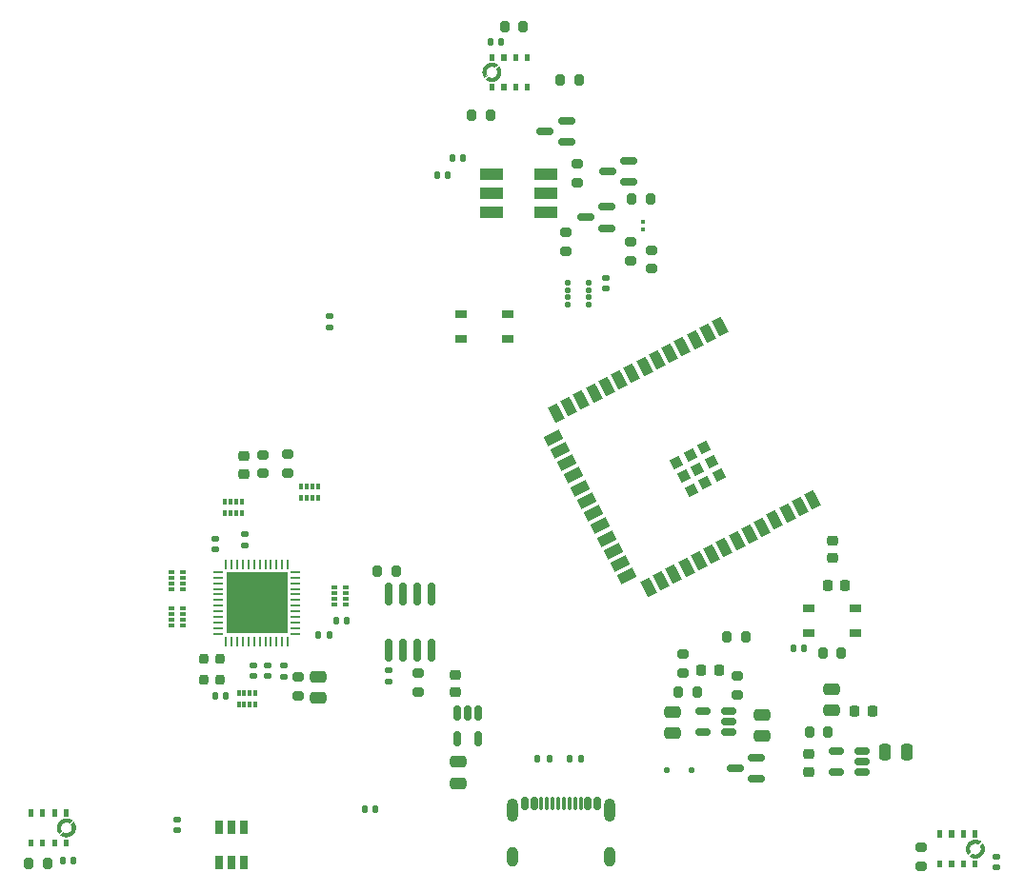
<source format=gbr>
%TF.GenerationSoftware,KiCad,Pcbnew,9.0.4*%
%TF.CreationDate,2025-10-26T21:46:10+01:00*%
%TF.ProjectId,esp32_fpga,65737033-325f-4667-9067-612e6b696361,rev?*%
%TF.SameCoordinates,Original*%
%TF.FileFunction,Paste,Bot*%
%TF.FilePolarity,Positive*%
%FSLAX46Y46*%
G04 Gerber Fmt 4.6, Leading zero omitted, Abs format (unit mm)*
G04 Created by KiCad (PCBNEW 9.0.4) date 2025-10-26 21:46:10*
%MOMM*%
%LPD*%
G01*
G04 APERTURE LIST*
G04 Aperture macros list*
%AMRoundRect*
0 Rectangle with rounded corners*
0 $1 Rounding radius*
0 $2 $3 $4 $5 $6 $7 $8 $9 X,Y pos of 4 corners*
0 Add a 4 corners polygon primitive as box body*
4,1,4,$2,$3,$4,$5,$6,$7,$8,$9,$2,$3,0*
0 Add four circle primitives for the rounded corners*
1,1,$1+$1,$2,$3*
1,1,$1+$1,$4,$5*
1,1,$1+$1,$6,$7*
1,1,$1+$1,$8,$9*
0 Add four rect primitives between the rounded corners*
20,1,$1+$1,$2,$3,$4,$5,0*
20,1,$1+$1,$4,$5,$6,$7,0*
20,1,$1+$1,$6,$7,$8,$9,0*
20,1,$1+$1,$8,$9,$2,$3,0*%
%AMRotRect*
0 Rectangle, with rotation*
0 The origin of the aperture is its center*
0 $1 length*
0 $2 width*
0 $3 Rotation angle, in degrees counterclockwise*
0 Add horizontal line*
21,1,$1,$2,0,0,$3*%
G04 Aperture macros list end*
%ADD10C,0.010000*%
%ADD11RoundRect,0.200000X-0.200000X-0.275000X0.200000X-0.275000X0.200000X0.275000X-0.200000X0.275000X0*%
%ADD12RoundRect,0.150000X0.587500X0.150000X-0.587500X0.150000X-0.587500X-0.150000X0.587500X-0.150000X0*%
%ADD13RoundRect,0.200000X-0.275000X0.200000X-0.275000X-0.200000X0.275000X-0.200000X0.275000X0.200000X0*%
%ADD14RoundRect,0.200000X0.275000X-0.200000X0.275000X0.200000X-0.275000X0.200000X-0.275000X-0.200000X0*%
%ADD15RoundRect,0.200000X0.200000X0.275000X-0.200000X0.275000X-0.200000X-0.275000X0.200000X-0.275000X0*%
%ADD16R,2.000000X1.100000*%
%ADD17RoundRect,0.140000X0.140000X0.170000X-0.140000X0.170000X-0.140000X-0.170000X0.140000X-0.170000X0*%
%ADD18RoundRect,0.150000X0.512500X0.150000X-0.512500X0.150000X-0.512500X-0.150000X0.512500X-0.150000X0*%
%ADD19R,0.700000X1.300000*%
%ADD20RoundRect,0.218750X0.256250X-0.218750X0.256250X0.218750X-0.256250X0.218750X-0.256250X-0.218750X0*%
%ADD21RoundRect,0.079500X-0.100500X0.079500X-0.100500X-0.079500X0.100500X-0.079500X0.100500X0.079500X0*%
%ADD22RoundRect,0.250000X-0.250000X-0.475000X0.250000X-0.475000X0.250000X0.475000X-0.250000X0.475000X0*%
%ADD23RoundRect,0.140000X0.170000X-0.140000X0.170000X0.140000X-0.170000X0.140000X-0.170000X-0.140000X0*%
%ADD24RotRect,1.500000X0.900000X118.000000*%
%ADD25RotRect,0.900000X1.500000X118.000000*%
%ADD26RotRect,0.900000X0.900000X118.000000*%
%ADD27RoundRect,0.140000X-0.140000X-0.170000X0.140000X-0.170000X0.140000X0.170000X-0.140000X0.170000X0*%
%ADD28RoundRect,0.140000X-0.170000X0.140000X-0.170000X-0.140000X0.170000X-0.140000X0.170000X0.140000X0*%
%ADD29RoundRect,0.200000X-0.200000X-0.250000X0.200000X-0.250000X0.200000X0.250000X-0.200000X0.250000X0*%
%ADD30RoundRect,0.150000X-0.150000X0.512500X-0.150000X-0.512500X0.150000X-0.512500X0.150000X0.512500X0*%
%ADD31RoundRect,0.150000X-0.150000X0.825000X-0.150000X-0.825000X0.150000X-0.825000X0.150000X0.825000X0*%
%ADD32R,1.050000X0.650000*%
%ADD33RoundRect,0.150000X0.150000X0.425000X-0.150000X0.425000X-0.150000X-0.425000X0.150000X-0.425000X0*%
%ADD34RoundRect,0.075000X0.075000X0.500000X-0.075000X0.500000X-0.075000X-0.500000X0.075000X-0.500000X0*%
%ADD35O,1.000000X1.800000*%
%ADD36O,1.000000X2.100000*%
%ADD37R,0.320000X0.500000*%
%ADD38RoundRect,0.218750X0.218750X0.256250X-0.218750X0.256250X-0.218750X-0.256250X0.218750X-0.256250X0*%
%ADD39RoundRect,0.225000X-0.250000X0.225000X-0.250000X-0.225000X0.250000X-0.225000X0.250000X0.225000X0*%
%ADD40R,0.500000X0.320000*%
%ADD41R,0.250000X0.850000*%
%ADD42R,0.850000X0.250000*%
%ADD43R,5.500000X5.500000*%
%ADD44RoundRect,0.218750X-0.256250X0.218750X-0.256250X-0.218750X0.256250X-0.218750X0.256250X0.218750X0*%
%ADD45RoundRect,0.225000X-0.225000X-0.250000X0.225000X-0.250000X0.225000X0.250000X-0.225000X0.250000X0*%
%ADD46RoundRect,0.056250X0.188750X0.168750X-0.188750X0.168750X-0.188750X-0.168750X0.188750X-0.168750X0*%
%ADD47RoundRect,0.135000X0.135000X0.185000X-0.135000X0.185000X-0.135000X-0.185000X0.135000X-0.185000X0*%
%ADD48RoundRect,0.125000X0.125000X0.125000X-0.125000X0.125000X-0.125000X-0.125000X0.125000X-0.125000X0*%
%ADD49RoundRect,0.250000X0.475000X-0.250000X0.475000X0.250000X-0.475000X0.250000X-0.475000X-0.250000X0*%
%ADD50RoundRect,0.250000X-0.475000X0.250000X-0.475000X-0.250000X0.475000X-0.250000X0.475000X0.250000X0*%
%ADD51RoundRect,0.225000X0.250000X-0.225000X0.250000X0.225000X-0.250000X0.225000X-0.250000X-0.225000X0*%
%ADD52RoundRect,0.218750X-0.218750X-0.256250X0.218750X-0.256250X0.218750X0.256250X-0.218750X0.256250X0*%
G04 APERTURE END LIST*
D10*
%TO.C,MK3*%
X84145000Y-118157500D02*
X83795000Y-118157500D01*
X83795000Y-117607500D01*
X84145000Y-117607500D01*
X84145000Y-118157500D01*
G36*
X84145000Y-118157500D02*
G01*
X83795000Y-118157500D01*
X83795000Y-117607500D01*
X84145000Y-117607500D01*
X84145000Y-118157500D01*
G37*
X84145000Y-120817500D02*
X83795000Y-120817500D01*
X83795000Y-120267500D01*
X84145000Y-120267500D01*
X84145000Y-120817500D01*
G36*
X84145000Y-120817500D02*
G01*
X83795000Y-120817500D01*
X83795000Y-120267500D01*
X84145000Y-120267500D01*
X84145000Y-120817500D01*
G37*
X85195000Y-118157500D02*
X84845000Y-118157500D01*
X84845000Y-117607500D01*
X85195000Y-117607500D01*
X85195000Y-118157500D01*
G36*
X85195000Y-118157500D02*
G01*
X84845000Y-118157500D01*
X84845000Y-117607500D01*
X85195000Y-117607500D01*
X85195000Y-118157500D01*
G37*
X85195000Y-120817500D02*
X84845000Y-120817500D01*
X84845000Y-120267500D01*
X85195000Y-120267500D01*
X85195000Y-120817500D01*
G36*
X85195000Y-120817500D02*
G01*
X84845000Y-120817500D01*
X84845000Y-120267500D01*
X85195000Y-120267500D01*
X85195000Y-120817500D01*
G37*
X86245000Y-118157500D02*
X85895000Y-118157500D01*
X85895000Y-117607500D01*
X86245000Y-117607500D01*
X86245000Y-118157500D01*
G36*
X86245000Y-118157500D02*
G01*
X85895000Y-118157500D01*
X85895000Y-117607500D01*
X86245000Y-117607500D01*
X86245000Y-118157500D01*
G37*
X86245000Y-120817500D02*
X85895000Y-120817500D01*
X85895000Y-120267500D01*
X86245000Y-120267500D01*
X86245000Y-120817500D01*
G36*
X86245000Y-120817500D02*
G01*
X85895000Y-120817500D01*
X85895000Y-120267500D01*
X86245000Y-120267500D01*
X86245000Y-120817500D01*
G37*
X87295000Y-118157500D02*
X86945000Y-118157500D01*
X86945000Y-117607500D01*
X87295000Y-117607500D01*
X87295000Y-118157500D01*
G36*
X87295000Y-118157500D02*
G01*
X86945000Y-118157500D01*
X86945000Y-117607500D01*
X87295000Y-117607500D01*
X87295000Y-118157500D01*
G37*
X87295000Y-120817500D02*
X86945000Y-120817500D01*
X86945000Y-120267500D01*
X87295000Y-120267500D01*
X87295000Y-120817500D01*
G36*
X87295000Y-120817500D02*
G01*
X86945000Y-120817500D01*
X86945000Y-120267500D01*
X87295000Y-120267500D01*
X87295000Y-120817500D01*
G37*
X87784000Y-118751500D02*
X87806000Y-118783500D01*
X87826000Y-118816500D01*
X87844000Y-118850500D01*
X87861000Y-118885500D01*
X87875000Y-118921500D01*
X87889000Y-118957500D01*
X87900000Y-118994500D01*
X87910000Y-119031500D01*
X87918000Y-119069500D01*
X87924000Y-119107500D01*
X87928000Y-119145500D01*
X87930000Y-119184500D01*
X87930000Y-119222500D01*
X87929000Y-119261500D01*
X87926000Y-119299500D01*
X87921000Y-119337500D01*
X87914000Y-119375500D01*
X87905000Y-119413500D01*
X87894000Y-119450500D01*
X87882000Y-119487500D01*
X87868000Y-119522500D01*
X87852000Y-119558500D01*
X87834000Y-119592500D01*
X87815000Y-119625500D01*
X87794000Y-119658500D01*
X87772000Y-119689500D01*
X87748000Y-119720500D01*
X87723000Y-119749500D01*
X87696000Y-119778500D01*
X87667000Y-119805500D01*
X87638000Y-119830500D01*
X87607000Y-119854500D01*
X87576000Y-119876500D01*
X87543000Y-119897500D01*
X87510000Y-119916500D01*
X87476000Y-119934500D01*
X87440000Y-119950500D01*
X87405000Y-119964500D01*
X87368000Y-119976500D01*
X87331000Y-119987500D01*
X87293000Y-119996500D01*
X87255000Y-120003500D01*
X87217000Y-120008500D01*
X87179000Y-120011500D01*
X87140000Y-120012500D01*
X87102000Y-120012500D01*
X87063000Y-120010500D01*
X87025000Y-120006500D01*
X86987000Y-120000500D01*
X86949000Y-119992500D01*
X86912000Y-119982500D01*
X86875000Y-119971500D01*
X86839000Y-119957500D01*
X86803000Y-119943500D01*
X86768000Y-119926500D01*
X86734000Y-119908500D01*
X86701000Y-119888500D01*
X86669000Y-119866500D01*
X86639000Y-119844500D01*
X86836200Y-119647722D01*
X86836000Y-119647500D01*
X86853000Y-119658500D01*
X86873000Y-119671500D01*
X86895000Y-119682500D01*
X86916000Y-119692500D01*
X86939000Y-119702500D01*
X86961000Y-119710500D01*
X86984000Y-119718500D01*
X87008000Y-119724500D01*
X87031000Y-119729500D01*
X87055000Y-119733500D01*
X87079000Y-119736500D01*
X87103000Y-119738500D01*
X87128000Y-119739500D01*
X87152000Y-119738500D01*
X87176000Y-119737500D01*
X87200000Y-119734500D01*
X87224000Y-119730500D01*
X87247000Y-119725500D01*
X87271000Y-119719500D01*
X87294000Y-119712500D01*
X87317000Y-119704500D01*
X87339000Y-119695500D01*
X87361000Y-119685500D01*
X87383000Y-119673500D01*
X87403000Y-119661500D01*
X87424000Y-119648500D01*
X87443000Y-119634500D01*
X87462000Y-119619500D01*
X87481000Y-119603500D01*
X87501000Y-119583500D01*
X87521000Y-119563500D01*
X87537000Y-119544500D01*
X87552000Y-119525500D01*
X87566000Y-119506500D01*
X87579000Y-119485500D01*
X87591000Y-119465500D01*
X87603000Y-119443500D01*
X87613000Y-119421500D01*
X87622000Y-119399500D01*
X87630000Y-119376500D01*
X87637000Y-119353500D01*
X87643000Y-119329500D01*
X87648000Y-119306500D01*
X87652000Y-119282500D01*
X87655000Y-119258500D01*
X87656000Y-119234500D01*
X87657000Y-119210500D01*
X87656000Y-119185500D01*
X87654000Y-119161500D01*
X87651000Y-119137500D01*
X87647000Y-119113500D01*
X87642000Y-119090500D01*
X87636000Y-119066500D01*
X87628000Y-119043500D01*
X87620000Y-119021500D01*
X87610000Y-118998500D01*
X87600000Y-118977500D01*
X87589000Y-118955500D01*
X87576000Y-118935500D01*
X87565000Y-118918500D01*
X87762000Y-118721500D01*
X87784000Y-118751500D01*
G36*
X87784000Y-118751500D02*
G01*
X87806000Y-118783500D01*
X87826000Y-118816500D01*
X87844000Y-118850500D01*
X87861000Y-118885500D01*
X87875000Y-118921500D01*
X87889000Y-118957500D01*
X87900000Y-118994500D01*
X87910000Y-119031500D01*
X87918000Y-119069500D01*
X87924000Y-119107500D01*
X87928000Y-119145500D01*
X87930000Y-119184500D01*
X87930000Y-119222500D01*
X87929000Y-119261500D01*
X87926000Y-119299500D01*
X87921000Y-119337500D01*
X87914000Y-119375500D01*
X87905000Y-119413500D01*
X87894000Y-119450500D01*
X87882000Y-119487500D01*
X87868000Y-119522500D01*
X87852000Y-119558500D01*
X87834000Y-119592500D01*
X87815000Y-119625500D01*
X87794000Y-119658500D01*
X87772000Y-119689500D01*
X87748000Y-119720500D01*
X87723000Y-119749500D01*
X87696000Y-119778500D01*
X87667000Y-119805500D01*
X87638000Y-119830500D01*
X87607000Y-119854500D01*
X87576000Y-119876500D01*
X87543000Y-119897500D01*
X87510000Y-119916500D01*
X87476000Y-119934500D01*
X87440000Y-119950500D01*
X87405000Y-119964500D01*
X87368000Y-119976500D01*
X87331000Y-119987500D01*
X87293000Y-119996500D01*
X87255000Y-120003500D01*
X87217000Y-120008500D01*
X87179000Y-120011500D01*
X87140000Y-120012500D01*
X87102000Y-120012500D01*
X87063000Y-120010500D01*
X87025000Y-120006500D01*
X86987000Y-120000500D01*
X86949000Y-119992500D01*
X86912000Y-119982500D01*
X86875000Y-119971500D01*
X86839000Y-119957500D01*
X86803000Y-119943500D01*
X86768000Y-119926500D01*
X86734000Y-119908500D01*
X86701000Y-119888500D01*
X86669000Y-119866500D01*
X86639000Y-119844500D01*
X86836200Y-119647722D01*
X86836000Y-119647500D01*
X86853000Y-119658500D01*
X86873000Y-119671500D01*
X86895000Y-119682500D01*
X86916000Y-119692500D01*
X86939000Y-119702500D01*
X86961000Y-119710500D01*
X86984000Y-119718500D01*
X87008000Y-119724500D01*
X87031000Y-119729500D01*
X87055000Y-119733500D01*
X87079000Y-119736500D01*
X87103000Y-119738500D01*
X87128000Y-119739500D01*
X87152000Y-119738500D01*
X87176000Y-119737500D01*
X87200000Y-119734500D01*
X87224000Y-119730500D01*
X87247000Y-119725500D01*
X87271000Y-119719500D01*
X87294000Y-119712500D01*
X87317000Y-119704500D01*
X87339000Y-119695500D01*
X87361000Y-119685500D01*
X87383000Y-119673500D01*
X87403000Y-119661500D01*
X87424000Y-119648500D01*
X87443000Y-119634500D01*
X87462000Y-119619500D01*
X87481000Y-119603500D01*
X87501000Y-119583500D01*
X87521000Y-119563500D01*
X87537000Y-119544500D01*
X87552000Y-119525500D01*
X87566000Y-119506500D01*
X87579000Y-119485500D01*
X87591000Y-119465500D01*
X87603000Y-119443500D01*
X87613000Y-119421500D01*
X87622000Y-119399500D01*
X87630000Y-119376500D01*
X87637000Y-119353500D01*
X87643000Y-119329500D01*
X87648000Y-119306500D01*
X87652000Y-119282500D01*
X87655000Y-119258500D01*
X87656000Y-119234500D01*
X87657000Y-119210500D01*
X87656000Y-119185500D01*
X87654000Y-119161500D01*
X87651000Y-119137500D01*
X87647000Y-119113500D01*
X87642000Y-119090500D01*
X87636000Y-119066500D01*
X87628000Y-119043500D01*
X87620000Y-119021500D01*
X87610000Y-118998500D01*
X87600000Y-118977500D01*
X87589000Y-118955500D01*
X87576000Y-118935500D01*
X87565000Y-118918500D01*
X87762000Y-118721500D01*
X87784000Y-118751500D01*
G37*
X87197000Y-118414500D02*
X87235000Y-118418500D01*
X87273000Y-118424500D01*
X87311000Y-118432500D01*
X87348000Y-118442500D01*
X87385000Y-118453500D01*
X87421000Y-118467500D01*
X87457000Y-118481500D01*
X87492000Y-118498500D01*
X87526000Y-118516500D01*
X87559000Y-118536500D01*
X87591000Y-118558500D01*
X87621000Y-118580500D01*
X87423800Y-118777278D01*
X87424000Y-118777500D01*
X87407000Y-118766500D01*
X87387000Y-118753500D01*
X87365000Y-118742500D01*
X87344000Y-118732500D01*
X87321000Y-118722500D01*
X87299000Y-118714500D01*
X87276000Y-118706500D01*
X87252000Y-118700500D01*
X87229000Y-118695500D01*
X87205000Y-118691500D01*
X87181000Y-118688500D01*
X87157000Y-118686500D01*
X87132000Y-118685500D01*
X87108000Y-118686500D01*
X87084000Y-118687500D01*
X87060000Y-118690500D01*
X87036000Y-118694500D01*
X87013000Y-118699500D01*
X86989000Y-118705500D01*
X86966000Y-118712500D01*
X86943000Y-118720500D01*
X86921000Y-118729500D01*
X86899000Y-118739500D01*
X86877000Y-118751500D01*
X86857000Y-118763500D01*
X86836000Y-118776500D01*
X86817000Y-118790500D01*
X86798000Y-118805500D01*
X86779000Y-118821500D01*
X86759000Y-118841500D01*
X86739000Y-118861500D01*
X86723000Y-118880500D01*
X86708000Y-118899500D01*
X86694000Y-118918500D01*
X86681000Y-118939500D01*
X86669000Y-118959500D01*
X86657000Y-118981500D01*
X86647000Y-119003500D01*
X86638000Y-119025500D01*
X86630000Y-119048500D01*
X86623000Y-119071500D01*
X86617000Y-119095500D01*
X86612000Y-119118500D01*
X86608000Y-119142500D01*
X86605000Y-119166500D01*
X86604000Y-119190500D01*
X86603000Y-119214500D01*
X86604000Y-119239500D01*
X86606000Y-119263500D01*
X86609000Y-119287500D01*
X86613000Y-119311500D01*
X86618000Y-119334500D01*
X86624000Y-119358500D01*
X86632000Y-119381500D01*
X86640000Y-119403500D01*
X86650000Y-119426500D01*
X86660000Y-119447500D01*
X86671000Y-119469500D01*
X86684000Y-119489500D01*
X86695000Y-119506500D01*
X86498000Y-119703500D01*
X86476000Y-119673500D01*
X86454000Y-119641500D01*
X86434000Y-119608500D01*
X86416000Y-119574500D01*
X86399000Y-119539500D01*
X86385000Y-119503500D01*
X86371000Y-119467500D01*
X86360000Y-119430500D01*
X86350000Y-119393500D01*
X86342000Y-119355500D01*
X86336000Y-119317500D01*
X86332000Y-119279500D01*
X86330000Y-119240500D01*
X86330000Y-119202500D01*
X86331000Y-119163500D01*
X86334000Y-119125500D01*
X86339000Y-119087500D01*
X86346000Y-119049500D01*
X86355000Y-119011500D01*
X86366000Y-118974500D01*
X86378000Y-118937500D01*
X86392000Y-118902500D01*
X86408000Y-118866500D01*
X86426000Y-118832500D01*
X86445000Y-118799500D01*
X86466000Y-118766500D01*
X86488000Y-118735500D01*
X86512000Y-118704500D01*
X86537000Y-118675500D01*
X86564000Y-118646500D01*
X86593000Y-118619500D01*
X86622000Y-118594500D01*
X86653000Y-118570500D01*
X86684000Y-118548500D01*
X86717000Y-118527500D01*
X86750000Y-118508500D01*
X86784000Y-118490500D01*
X86820000Y-118474500D01*
X86855000Y-118460500D01*
X86892000Y-118448500D01*
X86929000Y-118437500D01*
X86967000Y-118428500D01*
X87005000Y-118421500D01*
X87043000Y-118416500D01*
X87081000Y-118413500D01*
X87120000Y-118412500D01*
X87158000Y-118412500D01*
X87197000Y-118414500D01*
G36*
X87197000Y-118414500D02*
G01*
X87235000Y-118418500D01*
X87273000Y-118424500D01*
X87311000Y-118432500D01*
X87348000Y-118442500D01*
X87385000Y-118453500D01*
X87421000Y-118467500D01*
X87457000Y-118481500D01*
X87492000Y-118498500D01*
X87526000Y-118516500D01*
X87559000Y-118536500D01*
X87591000Y-118558500D01*
X87621000Y-118580500D01*
X87423800Y-118777278D01*
X87424000Y-118777500D01*
X87407000Y-118766500D01*
X87387000Y-118753500D01*
X87365000Y-118742500D01*
X87344000Y-118732500D01*
X87321000Y-118722500D01*
X87299000Y-118714500D01*
X87276000Y-118706500D01*
X87252000Y-118700500D01*
X87229000Y-118695500D01*
X87205000Y-118691500D01*
X87181000Y-118688500D01*
X87157000Y-118686500D01*
X87132000Y-118685500D01*
X87108000Y-118686500D01*
X87084000Y-118687500D01*
X87060000Y-118690500D01*
X87036000Y-118694500D01*
X87013000Y-118699500D01*
X86989000Y-118705500D01*
X86966000Y-118712500D01*
X86943000Y-118720500D01*
X86921000Y-118729500D01*
X86899000Y-118739500D01*
X86877000Y-118751500D01*
X86857000Y-118763500D01*
X86836000Y-118776500D01*
X86817000Y-118790500D01*
X86798000Y-118805500D01*
X86779000Y-118821500D01*
X86759000Y-118841500D01*
X86739000Y-118861500D01*
X86723000Y-118880500D01*
X86708000Y-118899500D01*
X86694000Y-118918500D01*
X86681000Y-118939500D01*
X86669000Y-118959500D01*
X86657000Y-118981500D01*
X86647000Y-119003500D01*
X86638000Y-119025500D01*
X86630000Y-119048500D01*
X86623000Y-119071500D01*
X86617000Y-119095500D01*
X86612000Y-119118500D01*
X86608000Y-119142500D01*
X86605000Y-119166500D01*
X86604000Y-119190500D01*
X86603000Y-119214500D01*
X86604000Y-119239500D01*
X86606000Y-119263500D01*
X86609000Y-119287500D01*
X86613000Y-119311500D01*
X86618000Y-119334500D01*
X86624000Y-119358500D01*
X86632000Y-119381500D01*
X86640000Y-119403500D01*
X86650000Y-119426500D01*
X86660000Y-119447500D01*
X86671000Y-119469500D01*
X86684000Y-119489500D01*
X86695000Y-119506500D01*
X86498000Y-119703500D01*
X86476000Y-119673500D01*
X86454000Y-119641500D01*
X86434000Y-119608500D01*
X86416000Y-119574500D01*
X86399000Y-119539500D01*
X86385000Y-119503500D01*
X86371000Y-119467500D01*
X86360000Y-119430500D01*
X86350000Y-119393500D01*
X86342000Y-119355500D01*
X86336000Y-119317500D01*
X86332000Y-119279500D01*
X86330000Y-119240500D01*
X86330000Y-119202500D01*
X86331000Y-119163500D01*
X86334000Y-119125500D01*
X86339000Y-119087500D01*
X86346000Y-119049500D01*
X86355000Y-119011500D01*
X86366000Y-118974500D01*
X86378000Y-118937500D01*
X86392000Y-118902500D01*
X86408000Y-118866500D01*
X86426000Y-118832500D01*
X86445000Y-118799500D01*
X86466000Y-118766500D01*
X86488000Y-118735500D01*
X86512000Y-118704500D01*
X86537000Y-118675500D01*
X86564000Y-118646500D01*
X86593000Y-118619500D01*
X86622000Y-118594500D01*
X86653000Y-118570500D01*
X86684000Y-118548500D01*
X86717000Y-118527500D01*
X86750000Y-118508500D01*
X86784000Y-118490500D01*
X86820000Y-118474500D01*
X86855000Y-118460500D01*
X86892000Y-118448500D01*
X86929000Y-118437500D01*
X86967000Y-118428500D01*
X87005000Y-118421500D01*
X87043000Y-118416500D01*
X87081000Y-118413500D01*
X87120000Y-118412500D01*
X87158000Y-118412500D01*
X87197000Y-118414500D01*
G37*
%TO.C,MK2*%
X164933524Y-120045000D02*
X164583524Y-120045000D01*
X164583524Y-119495000D01*
X164933524Y-119495000D01*
X164933524Y-120045000D01*
G36*
X164933524Y-120045000D02*
G01*
X164583524Y-120045000D01*
X164583524Y-119495000D01*
X164933524Y-119495000D01*
X164933524Y-120045000D01*
G37*
X164933524Y-122705000D02*
X164583524Y-122705000D01*
X164583524Y-122155000D01*
X164933524Y-122155000D01*
X164933524Y-122705000D01*
G36*
X164933524Y-122705000D02*
G01*
X164583524Y-122705000D01*
X164583524Y-122155000D01*
X164933524Y-122155000D01*
X164933524Y-122705000D01*
G37*
X165983524Y-120045000D02*
X165633524Y-120045000D01*
X165633524Y-119495000D01*
X165983524Y-119495000D01*
X165983524Y-120045000D01*
G36*
X165983524Y-120045000D02*
G01*
X165633524Y-120045000D01*
X165633524Y-119495000D01*
X165983524Y-119495000D01*
X165983524Y-120045000D01*
G37*
X165983524Y-122705000D02*
X165633524Y-122705000D01*
X165633524Y-122155000D01*
X165983524Y-122155000D01*
X165983524Y-122705000D01*
G36*
X165983524Y-122705000D02*
G01*
X165633524Y-122705000D01*
X165633524Y-122155000D01*
X165983524Y-122155000D01*
X165983524Y-122705000D01*
G37*
X167033524Y-120045000D02*
X166683524Y-120045000D01*
X166683524Y-119495000D01*
X167033524Y-119495000D01*
X167033524Y-120045000D01*
G36*
X167033524Y-120045000D02*
G01*
X166683524Y-120045000D01*
X166683524Y-119495000D01*
X167033524Y-119495000D01*
X167033524Y-120045000D01*
G37*
X167033524Y-122705000D02*
X166683524Y-122705000D01*
X166683524Y-122155000D01*
X167033524Y-122155000D01*
X167033524Y-122705000D01*
G36*
X167033524Y-122705000D02*
G01*
X166683524Y-122705000D01*
X166683524Y-122155000D01*
X167033524Y-122155000D01*
X167033524Y-122705000D01*
G37*
X168083524Y-120045000D02*
X167733524Y-120045000D01*
X167733524Y-119495000D01*
X168083524Y-119495000D01*
X168083524Y-120045000D01*
G36*
X168083524Y-120045000D02*
G01*
X167733524Y-120045000D01*
X167733524Y-119495000D01*
X168083524Y-119495000D01*
X168083524Y-120045000D01*
G37*
X168083524Y-122705000D02*
X167733524Y-122705000D01*
X167733524Y-122155000D01*
X168083524Y-122155000D01*
X168083524Y-122705000D01*
G36*
X168083524Y-122705000D02*
G01*
X167733524Y-122705000D01*
X167733524Y-122155000D01*
X168083524Y-122155000D01*
X168083524Y-122705000D01*
G37*
X168572524Y-120639000D02*
X168594524Y-120671000D01*
X168614524Y-120704000D01*
X168632524Y-120738000D01*
X168649524Y-120773000D01*
X168663524Y-120809000D01*
X168677524Y-120845000D01*
X168688524Y-120882000D01*
X168698524Y-120919000D01*
X168706524Y-120957000D01*
X168712524Y-120995000D01*
X168716524Y-121033000D01*
X168718524Y-121072000D01*
X168718524Y-121110000D01*
X168717524Y-121149000D01*
X168714524Y-121187000D01*
X168709524Y-121225000D01*
X168702524Y-121263000D01*
X168693524Y-121301000D01*
X168682524Y-121338000D01*
X168670524Y-121375000D01*
X168656524Y-121410000D01*
X168640524Y-121446000D01*
X168622524Y-121480000D01*
X168603524Y-121513000D01*
X168582524Y-121546000D01*
X168560524Y-121577000D01*
X168536524Y-121608000D01*
X168511524Y-121637000D01*
X168484524Y-121666000D01*
X168455524Y-121693000D01*
X168426524Y-121718000D01*
X168395524Y-121742000D01*
X168364524Y-121764000D01*
X168331524Y-121785000D01*
X168298524Y-121804000D01*
X168264524Y-121822000D01*
X168228524Y-121838000D01*
X168193524Y-121852000D01*
X168156524Y-121864000D01*
X168119524Y-121875000D01*
X168081524Y-121884000D01*
X168043524Y-121891000D01*
X168005524Y-121896000D01*
X167967524Y-121899000D01*
X167928524Y-121900000D01*
X167890524Y-121900000D01*
X167851524Y-121898000D01*
X167813524Y-121894000D01*
X167775524Y-121888000D01*
X167737524Y-121880000D01*
X167700524Y-121870000D01*
X167663524Y-121859000D01*
X167627524Y-121845000D01*
X167591524Y-121831000D01*
X167556524Y-121814000D01*
X167522524Y-121796000D01*
X167489524Y-121776000D01*
X167457524Y-121754000D01*
X167427524Y-121732000D01*
X167624724Y-121535222D01*
X167624524Y-121535000D01*
X167641524Y-121546000D01*
X167661524Y-121559000D01*
X167683524Y-121570000D01*
X167704524Y-121580000D01*
X167727524Y-121590000D01*
X167749524Y-121598000D01*
X167772524Y-121606000D01*
X167796524Y-121612000D01*
X167819524Y-121617000D01*
X167843524Y-121621000D01*
X167867524Y-121624000D01*
X167891524Y-121626000D01*
X167916524Y-121627000D01*
X167940524Y-121626000D01*
X167964524Y-121625000D01*
X167988524Y-121622000D01*
X168012524Y-121618000D01*
X168035524Y-121613000D01*
X168059524Y-121607000D01*
X168082524Y-121600000D01*
X168105524Y-121592000D01*
X168127524Y-121583000D01*
X168149524Y-121573000D01*
X168171524Y-121561000D01*
X168191524Y-121549000D01*
X168212524Y-121536000D01*
X168231524Y-121522000D01*
X168250524Y-121507000D01*
X168269524Y-121491000D01*
X168289524Y-121471000D01*
X168309524Y-121451000D01*
X168325524Y-121432000D01*
X168340524Y-121413000D01*
X168354524Y-121394000D01*
X168367524Y-121373000D01*
X168379524Y-121353000D01*
X168391524Y-121331000D01*
X168401524Y-121309000D01*
X168410524Y-121287000D01*
X168418524Y-121264000D01*
X168425524Y-121241000D01*
X168431524Y-121217000D01*
X168436524Y-121194000D01*
X168440524Y-121170000D01*
X168443524Y-121146000D01*
X168444524Y-121122000D01*
X168445524Y-121098000D01*
X168444524Y-121073000D01*
X168442524Y-121049000D01*
X168439524Y-121025000D01*
X168435524Y-121001000D01*
X168430524Y-120978000D01*
X168424524Y-120954000D01*
X168416524Y-120931000D01*
X168408524Y-120909000D01*
X168398524Y-120886000D01*
X168388524Y-120865000D01*
X168377524Y-120843000D01*
X168364524Y-120823000D01*
X168353524Y-120806000D01*
X168550524Y-120609000D01*
X168572524Y-120639000D01*
G36*
X168572524Y-120639000D02*
G01*
X168594524Y-120671000D01*
X168614524Y-120704000D01*
X168632524Y-120738000D01*
X168649524Y-120773000D01*
X168663524Y-120809000D01*
X168677524Y-120845000D01*
X168688524Y-120882000D01*
X168698524Y-120919000D01*
X168706524Y-120957000D01*
X168712524Y-120995000D01*
X168716524Y-121033000D01*
X168718524Y-121072000D01*
X168718524Y-121110000D01*
X168717524Y-121149000D01*
X168714524Y-121187000D01*
X168709524Y-121225000D01*
X168702524Y-121263000D01*
X168693524Y-121301000D01*
X168682524Y-121338000D01*
X168670524Y-121375000D01*
X168656524Y-121410000D01*
X168640524Y-121446000D01*
X168622524Y-121480000D01*
X168603524Y-121513000D01*
X168582524Y-121546000D01*
X168560524Y-121577000D01*
X168536524Y-121608000D01*
X168511524Y-121637000D01*
X168484524Y-121666000D01*
X168455524Y-121693000D01*
X168426524Y-121718000D01*
X168395524Y-121742000D01*
X168364524Y-121764000D01*
X168331524Y-121785000D01*
X168298524Y-121804000D01*
X168264524Y-121822000D01*
X168228524Y-121838000D01*
X168193524Y-121852000D01*
X168156524Y-121864000D01*
X168119524Y-121875000D01*
X168081524Y-121884000D01*
X168043524Y-121891000D01*
X168005524Y-121896000D01*
X167967524Y-121899000D01*
X167928524Y-121900000D01*
X167890524Y-121900000D01*
X167851524Y-121898000D01*
X167813524Y-121894000D01*
X167775524Y-121888000D01*
X167737524Y-121880000D01*
X167700524Y-121870000D01*
X167663524Y-121859000D01*
X167627524Y-121845000D01*
X167591524Y-121831000D01*
X167556524Y-121814000D01*
X167522524Y-121796000D01*
X167489524Y-121776000D01*
X167457524Y-121754000D01*
X167427524Y-121732000D01*
X167624724Y-121535222D01*
X167624524Y-121535000D01*
X167641524Y-121546000D01*
X167661524Y-121559000D01*
X167683524Y-121570000D01*
X167704524Y-121580000D01*
X167727524Y-121590000D01*
X167749524Y-121598000D01*
X167772524Y-121606000D01*
X167796524Y-121612000D01*
X167819524Y-121617000D01*
X167843524Y-121621000D01*
X167867524Y-121624000D01*
X167891524Y-121626000D01*
X167916524Y-121627000D01*
X167940524Y-121626000D01*
X167964524Y-121625000D01*
X167988524Y-121622000D01*
X168012524Y-121618000D01*
X168035524Y-121613000D01*
X168059524Y-121607000D01*
X168082524Y-121600000D01*
X168105524Y-121592000D01*
X168127524Y-121583000D01*
X168149524Y-121573000D01*
X168171524Y-121561000D01*
X168191524Y-121549000D01*
X168212524Y-121536000D01*
X168231524Y-121522000D01*
X168250524Y-121507000D01*
X168269524Y-121491000D01*
X168289524Y-121471000D01*
X168309524Y-121451000D01*
X168325524Y-121432000D01*
X168340524Y-121413000D01*
X168354524Y-121394000D01*
X168367524Y-121373000D01*
X168379524Y-121353000D01*
X168391524Y-121331000D01*
X168401524Y-121309000D01*
X168410524Y-121287000D01*
X168418524Y-121264000D01*
X168425524Y-121241000D01*
X168431524Y-121217000D01*
X168436524Y-121194000D01*
X168440524Y-121170000D01*
X168443524Y-121146000D01*
X168444524Y-121122000D01*
X168445524Y-121098000D01*
X168444524Y-121073000D01*
X168442524Y-121049000D01*
X168439524Y-121025000D01*
X168435524Y-121001000D01*
X168430524Y-120978000D01*
X168424524Y-120954000D01*
X168416524Y-120931000D01*
X168408524Y-120909000D01*
X168398524Y-120886000D01*
X168388524Y-120865000D01*
X168377524Y-120843000D01*
X168364524Y-120823000D01*
X168353524Y-120806000D01*
X168550524Y-120609000D01*
X168572524Y-120639000D01*
G37*
X167985524Y-120302000D02*
X168023524Y-120306000D01*
X168061524Y-120312000D01*
X168099524Y-120320000D01*
X168136524Y-120330000D01*
X168173524Y-120341000D01*
X168209524Y-120355000D01*
X168245524Y-120369000D01*
X168280524Y-120386000D01*
X168314524Y-120404000D01*
X168347524Y-120424000D01*
X168379524Y-120446000D01*
X168409524Y-120468000D01*
X168212324Y-120664778D01*
X168212524Y-120665000D01*
X168195524Y-120654000D01*
X168175524Y-120641000D01*
X168153524Y-120630000D01*
X168132524Y-120620000D01*
X168109524Y-120610000D01*
X168087524Y-120602000D01*
X168064524Y-120594000D01*
X168040524Y-120588000D01*
X168017524Y-120583000D01*
X167993524Y-120579000D01*
X167969524Y-120576000D01*
X167945524Y-120574000D01*
X167920524Y-120573000D01*
X167896524Y-120574000D01*
X167872524Y-120575000D01*
X167848524Y-120578000D01*
X167824524Y-120582000D01*
X167801524Y-120587000D01*
X167777524Y-120593000D01*
X167754524Y-120600000D01*
X167731524Y-120608000D01*
X167709524Y-120617000D01*
X167687524Y-120627000D01*
X167665524Y-120639000D01*
X167645524Y-120651000D01*
X167624524Y-120664000D01*
X167605524Y-120678000D01*
X167586524Y-120693000D01*
X167567524Y-120709000D01*
X167547524Y-120729000D01*
X167527524Y-120749000D01*
X167511524Y-120768000D01*
X167496524Y-120787000D01*
X167482524Y-120806000D01*
X167469524Y-120827000D01*
X167457524Y-120847000D01*
X167445524Y-120869000D01*
X167435524Y-120891000D01*
X167426524Y-120913000D01*
X167418524Y-120936000D01*
X167411524Y-120959000D01*
X167405524Y-120983000D01*
X167400524Y-121006000D01*
X167396524Y-121030000D01*
X167393524Y-121054000D01*
X167392524Y-121078000D01*
X167391524Y-121102000D01*
X167392524Y-121127000D01*
X167394524Y-121151000D01*
X167397524Y-121175000D01*
X167401524Y-121199000D01*
X167406524Y-121222000D01*
X167412524Y-121246000D01*
X167420524Y-121269000D01*
X167428524Y-121291000D01*
X167438524Y-121314000D01*
X167448524Y-121335000D01*
X167459524Y-121357000D01*
X167472524Y-121377000D01*
X167483524Y-121394000D01*
X167286524Y-121591000D01*
X167264524Y-121561000D01*
X167242524Y-121529000D01*
X167222524Y-121496000D01*
X167204524Y-121462000D01*
X167187524Y-121427000D01*
X167173524Y-121391000D01*
X167159524Y-121355000D01*
X167148524Y-121318000D01*
X167138524Y-121281000D01*
X167130524Y-121243000D01*
X167124524Y-121205000D01*
X167120524Y-121167000D01*
X167118524Y-121128000D01*
X167118524Y-121090000D01*
X167119524Y-121051000D01*
X167122524Y-121013000D01*
X167127524Y-120975000D01*
X167134524Y-120937000D01*
X167143524Y-120899000D01*
X167154524Y-120862000D01*
X167166524Y-120825000D01*
X167180524Y-120790000D01*
X167196524Y-120754000D01*
X167214524Y-120720000D01*
X167233524Y-120687000D01*
X167254524Y-120654000D01*
X167276524Y-120623000D01*
X167300524Y-120592000D01*
X167325524Y-120563000D01*
X167352524Y-120534000D01*
X167381524Y-120507000D01*
X167410524Y-120482000D01*
X167441524Y-120458000D01*
X167472524Y-120436000D01*
X167505524Y-120415000D01*
X167538524Y-120396000D01*
X167572524Y-120378000D01*
X167608524Y-120362000D01*
X167643524Y-120348000D01*
X167680524Y-120336000D01*
X167717524Y-120325000D01*
X167755524Y-120316000D01*
X167793524Y-120309000D01*
X167831524Y-120304000D01*
X167869524Y-120301000D01*
X167908524Y-120300000D01*
X167946524Y-120300000D01*
X167985524Y-120302000D01*
G36*
X167985524Y-120302000D02*
G01*
X168023524Y-120306000D01*
X168061524Y-120312000D01*
X168099524Y-120320000D01*
X168136524Y-120330000D01*
X168173524Y-120341000D01*
X168209524Y-120355000D01*
X168245524Y-120369000D01*
X168280524Y-120386000D01*
X168314524Y-120404000D01*
X168347524Y-120424000D01*
X168379524Y-120446000D01*
X168409524Y-120468000D01*
X168212324Y-120664778D01*
X168212524Y-120665000D01*
X168195524Y-120654000D01*
X168175524Y-120641000D01*
X168153524Y-120630000D01*
X168132524Y-120620000D01*
X168109524Y-120610000D01*
X168087524Y-120602000D01*
X168064524Y-120594000D01*
X168040524Y-120588000D01*
X168017524Y-120583000D01*
X167993524Y-120579000D01*
X167969524Y-120576000D01*
X167945524Y-120574000D01*
X167920524Y-120573000D01*
X167896524Y-120574000D01*
X167872524Y-120575000D01*
X167848524Y-120578000D01*
X167824524Y-120582000D01*
X167801524Y-120587000D01*
X167777524Y-120593000D01*
X167754524Y-120600000D01*
X167731524Y-120608000D01*
X167709524Y-120617000D01*
X167687524Y-120627000D01*
X167665524Y-120639000D01*
X167645524Y-120651000D01*
X167624524Y-120664000D01*
X167605524Y-120678000D01*
X167586524Y-120693000D01*
X167567524Y-120709000D01*
X167547524Y-120729000D01*
X167527524Y-120749000D01*
X167511524Y-120768000D01*
X167496524Y-120787000D01*
X167482524Y-120806000D01*
X167469524Y-120827000D01*
X167457524Y-120847000D01*
X167445524Y-120869000D01*
X167435524Y-120891000D01*
X167426524Y-120913000D01*
X167418524Y-120936000D01*
X167411524Y-120959000D01*
X167405524Y-120983000D01*
X167400524Y-121006000D01*
X167396524Y-121030000D01*
X167393524Y-121054000D01*
X167392524Y-121078000D01*
X167391524Y-121102000D01*
X167392524Y-121127000D01*
X167394524Y-121151000D01*
X167397524Y-121175000D01*
X167401524Y-121199000D01*
X167406524Y-121222000D01*
X167412524Y-121246000D01*
X167420524Y-121269000D01*
X167428524Y-121291000D01*
X167438524Y-121314000D01*
X167448524Y-121335000D01*
X167459524Y-121357000D01*
X167472524Y-121377000D01*
X167483524Y-121394000D01*
X167286524Y-121591000D01*
X167264524Y-121561000D01*
X167242524Y-121529000D01*
X167222524Y-121496000D01*
X167204524Y-121462000D01*
X167187524Y-121427000D01*
X167173524Y-121391000D01*
X167159524Y-121355000D01*
X167148524Y-121318000D01*
X167138524Y-121281000D01*
X167130524Y-121243000D01*
X167124524Y-121205000D01*
X167120524Y-121167000D01*
X167118524Y-121128000D01*
X167118524Y-121090000D01*
X167119524Y-121051000D01*
X167122524Y-121013000D01*
X167127524Y-120975000D01*
X167134524Y-120937000D01*
X167143524Y-120899000D01*
X167154524Y-120862000D01*
X167166524Y-120825000D01*
X167180524Y-120790000D01*
X167196524Y-120754000D01*
X167214524Y-120720000D01*
X167233524Y-120687000D01*
X167254524Y-120654000D01*
X167276524Y-120623000D01*
X167300524Y-120592000D01*
X167325524Y-120563000D01*
X167352524Y-120534000D01*
X167381524Y-120507000D01*
X167410524Y-120482000D01*
X167441524Y-120458000D01*
X167472524Y-120436000D01*
X167505524Y-120415000D01*
X167538524Y-120396000D01*
X167572524Y-120378000D01*
X167608524Y-120362000D01*
X167643524Y-120348000D01*
X167680524Y-120336000D01*
X167717524Y-120325000D01*
X167755524Y-120316000D01*
X167793524Y-120309000D01*
X167831524Y-120304000D01*
X167869524Y-120301000D01*
X167908524Y-120300000D01*
X167946524Y-120300000D01*
X167985524Y-120302000D01*
G37*
%TO.C,MK1*%
X125135000Y-50965000D02*
X124785000Y-50965000D01*
X124785000Y-50415000D01*
X125135000Y-50415000D01*
X125135000Y-50965000D01*
G36*
X125135000Y-50965000D02*
G01*
X124785000Y-50965000D01*
X124785000Y-50415000D01*
X125135000Y-50415000D01*
X125135000Y-50965000D01*
G37*
X125135000Y-53625000D02*
X124785000Y-53625000D01*
X124785000Y-53075000D01*
X125135000Y-53075000D01*
X125135000Y-53625000D01*
G36*
X125135000Y-53625000D02*
G01*
X124785000Y-53625000D01*
X124785000Y-53075000D01*
X125135000Y-53075000D01*
X125135000Y-53625000D01*
G37*
X126185000Y-50965000D02*
X125835000Y-50965000D01*
X125835000Y-50415000D01*
X126185000Y-50415000D01*
X126185000Y-50965000D01*
G36*
X126185000Y-50965000D02*
G01*
X125835000Y-50965000D01*
X125835000Y-50415000D01*
X126185000Y-50415000D01*
X126185000Y-50965000D01*
G37*
X126185000Y-53625000D02*
X125835000Y-53625000D01*
X125835000Y-53075000D01*
X126185000Y-53075000D01*
X126185000Y-53625000D01*
G36*
X126185000Y-53625000D02*
G01*
X125835000Y-53625000D01*
X125835000Y-53075000D01*
X126185000Y-53075000D01*
X126185000Y-53625000D01*
G37*
X127235000Y-50965000D02*
X126885000Y-50965000D01*
X126885000Y-50415000D01*
X127235000Y-50415000D01*
X127235000Y-50965000D01*
G36*
X127235000Y-50965000D02*
G01*
X126885000Y-50965000D01*
X126885000Y-50415000D01*
X127235000Y-50415000D01*
X127235000Y-50965000D01*
G37*
X127235000Y-53625000D02*
X126885000Y-53625000D01*
X126885000Y-53075000D01*
X127235000Y-53075000D01*
X127235000Y-53625000D01*
G36*
X127235000Y-53625000D02*
G01*
X126885000Y-53625000D01*
X126885000Y-53075000D01*
X127235000Y-53075000D01*
X127235000Y-53625000D01*
G37*
X128285000Y-50965000D02*
X127935000Y-50965000D01*
X127935000Y-50415000D01*
X128285000Y-50415000D01*
X128285000Y-50965000D01*
G36*
X128285000Y-50965000D02*
G01*
X127935000Y-50965000D01*
X127935000Y-50415000D01*
X128285000Y-50415000D01*
X128285000Y-50965000D01*
G37*
X128285000Y-53625000D02*
X127935000Y-53625000D01*
X127935000Y-53075000D01*
X128285000Y-53075000D01*
X128285000Y-53625000D01*
G36*
X128285000Y-53625000D02*
G01*
X127935000Y-53625000D01*
X127935000Y-53075000D01*
X128285000Y-53075000D01*
X128285000Y-53625000D01*
G37*
X125604000Y-51559000D02*
X125626000Y-51591000D01*
X125646000Y-51624000D01*
X125664000Y-51658000D01*
X125681000Y-51693000D01*
X125695000Y-51729000D01*
X125709000Y-51765000D01*
X125720000Y-51802000D01*
X125730000Y-51839000D01*
X125738000Y-51877000D01*
X125744000Y-51915000D01*
X125748000Y-51953000D01*
X125750000Y-51992000D01*
X125750000Y-52030000D01*
X125749000Y-52069000D01*
X125746000Y-52107000D01*
X125741000Y-52145000D01*
X125734000Y-52183000D01*
X125725000Y-52221000D01*
X125714000Y-52258000D01*
X125702000Y-52295000D01*
X125688000Y-52330000D01*
X125672000Y-52366000D01*
X125654000Y-52400000D01*
X125635000Y-52433000D01*
X125614000Y-52466000D01*
X125592000Y-52497000D01*
X125568000Y-52528000D01*
X125543000Y-52557000D01*
X125516000Y-52586000D01*
X125487000Y-52613000D01*
X125458000Y-52638000D01*
X125427000Y-52662000D01*
X125396000Y-52684000D01*
X125363000Y-52705000D01*
X125330000Y-52724000D01*
X125296000Y-52742000D01*
X125260000Y-52758000D01*
X125225000Y-52772000D01*
X125188000Y-52784000D01*
X125151000Y-52795000D01*
X125113000Y-52804000D01*
X125075000Y-52811000D01*
X125037000Y-52816000D01*
X124999000Y-52819000D01*
X124960000Y-52820000D01*
X124922000Y-52820000D01*
X124883000Y-52818000D01*
X124845000Y-52814000D01*
X124807000Y-52808000D01*
X124769000Y-52800000D01*
X124732000Y-52790000D01*
X124695000Y-52779000D01*
X124659000Y-52765000D01*
X124623000Y-52751000D01*
X124588000Y-52734000D01*
X124554000Y-52716000D01*
X124521000Y-52696000D01*
X124489000Y-52674000D01*
X124459000Y-52652000D01*
X124656200Y-52455222D01*
X124656000Y-52455000D01*
X124673000Y-52466000D01*
X124693000Y-52479000D01*
X124715000Y-52490000D01*
X124736000Y-52500000D01*
X124759000Y-52510000D01*
X124781000Y-52518000D01*
X124804000Y-52526000D01*
X124828000Y-52532000D01*
X124851000Y-52537000D01*
X124875000Y-52541000D01*
X124899000Y-52544000D01*
X124923000Y-52546000D01*
X124948000Y-52547000D01*
X124972000Y-52546000D01*
X124996000Y-52545000D01*
X125020000Y-52542000D01*
X125044000Y-52538000D01*
X125067000Y-52533000D01*
X125091000Y-52527000D01*
X125114000Y-52520000D01*
X125137000Y-52512000D01*
X125159000Y-52503000D01*
X125181000Y-52493000D01*
X125203000Y-52481000D01*
X125223000Y-52469000D01*
X125244000Y-52456000D01*
X125263000Y-52442000D01*
X125282000Y-52427000D01*
X125301000Y-52411000D01*
X125321000Y-52391000D01*
X125341000Y-52371000D01*
X125357000Y-52352000D01*
X125372000Y-52333000D01*
X125386000Y-52314000D01*
X125399000Y-52293000D01*
X125411000Y-52273000D01*
X125423000Y-52251000D01*
X125433000Y-52229000D01*
X125442000Y-52207000D01*
X125450000Y-52184000D01*
X125457000Y-52161000D01*
X125463000Y-52137000D01*
X125468000Y-52114000D01*
X125472000Y-52090000D01*
X125475000Y-52066000D01*
X125476000Y-52042000D01*
X125477000Y-52018000D01*
X125476000Y-51993000D01*
X125474000Y-51969000D01*
X125471000Y-51945000D01*
X125467000Y-51921000D01*
X125462000Y-51898000D01*
X125456000Y-51874000D01*
X125448000Y-51851000D01*
X125440000Y-51829000D01*
X125430000Y-51806000D01*
X125420000Y-51785000D01*
X125409000Y-51763000D01*
X125396000Y-51743000D01*
X125385000Y-51726000D01*
X125582000Y-51529000D01*
X125604000Y-51559000D01*
G36*
X125604000Y-51559000D02*
G01*
X125626000Y-51591000D01*
X125646000Y-51624000D01*
X125664000Y-51658000D01*
X125681000Y-51693000D01*
X125695000Y-51729000D01*
X125709000Y-51765000D01*
X125720000Y-51802000D01*
X125730000Y-51839000D01*
X125738000Y-51877000D01*
X125744000Y-51915000D01*
X125748000Y-51953000D01*
X125750000Y-51992000D01*
X125750000Y-52030000D01*
X125749000Y-52069000D01*
X125746000Y-52107000D01*
X125741000Y-52145000D01*
X125734000Y-52183000D01*
X125725000Y-52221000D01*
X125714000Y-52258000D01*
X125702000Y-52295000D01*
X125688000Y-52330000D01*
X125672000Y-52366000D01*
X125654000Y-52400000D01*
X125635000Y-52433000D01*
X125614000Y-52466000D01*
X125592000Y-52497000D01*
X125568000Y-52528000D01*
X125543000Y-52557000D01*
X125516000Y-52586000D01*
X125487000Y-52613000D01*
X125458000Y-52638000D01*
X125427000Y-52662000D01*
X125396000Y-52684000D01*
X125363000Y-52705000D01*
X125330000Y-52724000D01*
X125296000Y-52742000D01*
X125260000Y-52758000D01*
X125225000Y-52772000D01*
X125188000Y-52784000D01*
X125151000Y-52795000D01*
X125113000Y-52804000D01*
X125075000Y-52811000D01*
X125037000Y-52816000D01*
X124999000Y-52819000D01*
X124960000Y-52820000D01*
X124922000Y-52820000D01*
X124883000Y-52818000D01*
X124845000Y-52814000D01*
X124807000Y-52808000D01*
X124769000Y-52800000D01*
X124732000Y-52790000D01*
X124695000Y-52779000D01*
X124659000Y-52765000D01*
X124623000Y-52751000D01*
X124588000Y-52734000D01*
X124554000Y-52716000D01*
X124521000Y-52696000D01*
X124489000Y-52674000D01*
X124459000Y-52652000D01*
X124656200Y-52455222D01*
X124656000Y-52455000D01*
X124673000Y-52466000D01*
X124693000Y-52479000D01*
X124715000Y-52490000D01*
X124736000Y-52500000D01*
X124759000Y-52510000D01*
X124781000Y-52518000D01*
X124804000Y-52526000D01*
X124828000Y-52532000D01*
X124851000Y-52537000D01*
X124875000Y-52541000D01*
X124899000Y-52544000D01*
X124923000Y-52546000D01*
X124948000Y-52547000D01*
X124972000Y-52546000D01*
X124996000Y-52545000D01*
X125020000Y-52542000D01*
X125044000Y-52538000D01*
X125067000Y-52533000D01*
X125091000Y-52527000D01*
X125114000Y-52520000D01*
X125137000Y-52512000D01*
X125159000Y-52503000D01*
X125181000Y-52493000D01*
X125203000Y-52481000D01*
X125223000Y-52469000D01*
X125244000Y-52456000D01*
X125263000Y-52442000D01*
X125282000Y-52427000D01*
X125301000Y-52411000D01*
X125321000Y-52391000D01*
X125341000Y-52371000D01*
X125357000Y-52352000D01*
X125372000Y-52333000D01*
X125386000Y-52314000D01*
X125399000Y-52293000D01*
X125411000Y-52273000D01*
X125423000Y-52251000D01*
X125433000Y-52229000D01*
X125442000Y-52207000D01*
X125450000Y-52184000D01*
X125457000Y-52161000D01*
X125463000Y-52137000D01*
X125468000Y-52114000D01*
X125472000Y-52090000D01*
X125475000Y-52066000D01*
X125476000Y-52042000D01*
X125477000Y-52018000D01*
X125476000Y-51993000D01*
X125474000Y-51969000D01*
X125471000Y-51945000D01*
X125467000Y-51921000D01*
X125462000Y-51898000D01*
X125456000Y-51874000D01*
X125448000Y-51851000D01*
X125440000Y-51829000D01*
X125430000Y-51806000D01*
X125420000Y-51785000D01*
X125409000Y-51763000D01*
X125396000Y-51743000D01*
X125385000Y-51726000D01*
X125582000Y-51529000D01*
X125604000Y-51559000D01*
G37*
X125017000Y-51222000D02*
X125055000Y-51226000D01*
X125093000Y-51232000D01*
X125131000Y-51240000D01*
X125168000Y-51250000D01*
X125205000Y-51261000D01*
X125241000Y-51275000D01*
X125277000Y-51289000D01*
X125312000Y-51306000D01*
X125346000Y-51324000D01*
X125379000Y-51344000D01*
X125411000Y-51366000D01*
X125441000Y-51388000D01*
X125243800Y-51584778D01*
X125244000Y-51585000D01*
X125227000Y-51574000D01*
X125207000Y-51561000D01*
X125185000Y-51550000D01*
X125164000Y-51540000D01*
X125141000Y-51530000D01*
X125119000Y-51522000D01*
X125096000Y-51514000D01*
X125072000Y-51508000D01*
X125049000Y-51503000D01*
X125025000Y-51499000D01*
X125001000Y-51496000D01*
X124977000Y-51494000D01*
X124952000Y-51493000D01*
X124928000Y-51494000D01*
X124904000Y-51495000D01*
X124880000Y-51498000D01*
X124856000Y-51502000D01*
X124833000Y-51507000D01*
X124809000Y-51513000D01*
X124786000Y-51520000D01*
X124763000Y-51528000D01*
X124741000Y-51537000D01*
X124719000Y-51547000D01*
X124697000Y-51559000D01*
X124677000Y-51571000D01*
X124656000Y-51584000D01*
X124637000Y-51598000D01*
X124618000Y-51613000D01*
X124599000Y-51629000D01*
X124579000Y-51649000D01*
X124559000Y-51669000D01*
X124543000Y-51688000D01*
X124528000Y-51707000D01*
X124514000Y-51726000D01*
X124501000Y-51747000D01*
X124489000Y-51767000D01*
X124477000Y-51789000D01*
X124467000Y-51811000D01*
X124458000Y-51833000D01*
X124450000Y-51856000D01*
X124443000Y-51879000D01*
X124437000Y-51903000D01*
X124432000Y-51926000D01*
X124428000Y-51950000D01*
X124425000Y-51974000D01*
X124424000Y-51998000D01*
X124423000Y-52022000D01*
X124424000Y-52047000D01*
X124426000Y-52071000D01*
X124429000Y-52095000D01*
X124433000Y-52119000D01*
X124438000Y-52142000D01*
X124444000Y-52166000D01*
X124452000Y-52189000D01*
X124460000Y-52211000D01*
X124470000Y-52234000D01*
X124480000Y-52255000D01*
X124491000Y-52277000D01*
X124504000Y-52297000D01*
X124515000Y-52314000D01*
X124318000Y-52511000D01*
X124296000Y-52481000D01*
X124274000Y-52449000D01*
X124254000Y-52416000D01*
X124236000Y-52382000D01*
X124219000Y-52347000D01*
X124205000Y-52311000D01*
X124191000Y-52275000D01*
X124180000Y-52238000D01*
X124170000Y-52201000D01*
X124162000Y-52163000D01*
X124156000Y-52125000D01*
X124152000Y-52087000D01*
X124150000Y-52048000D01*
X124150000Y-52010000D01*
X124151000Y-51971000D01*
X124154000Y-51933000D01*
X124159000Y-51895000D01*
X124166000Y-51857000D01*
X124175000Y-51819000D01*
X124186000Y-51782000D01*
X124198000Y-51745000D01*
X124212000Y-51710000D01*
X124228000Y-51674000D01*
X124246000Y-51640000D01*
X124265000Y-51607000D01*
X124286000Y-51574000D01*
X124308000Y-51543000D01*
X124332000Y-51512000D01*
X124357000Y-51483000D01*
X124384000Y-51454000D01*
X124413000Y-51427000D01*
X124442000Y-51402000D01*
X124473000Y-51378000D01*
X124504000Y-51356000D01*
X124537000Y-51335000D01*
X124570000Y-51316000D01*
X124604000Y-51298000D01*
X124640000Y-51282000D01*
X124675000Y-51268000D01*
X124712000Y-51256000D01*
X124749000Y-51245000D01*
X124787000Y-51236000D01*
X124825000Y-51229000D01*
X124863000Y-51224000D01*
X124901000Y-51221000D01*
X124940000Y-51220000D01*
X124978000Y-51220000D01*
X125017000Y-51222000D01*
G36*
X125017000Y-51222000D02*
G01*
X125055000Y-51226000D01*
X125093000Y-51232000D01*
X125131000Y-51240000D01*
X125168000Y-51250000D01*
X125205000Y-51261000D01*
X125241000Y-51275000D01*
X125277000Y-51289000D01*
X125312000Y-51306000D01*
X125346000Y-51324000D01*
X125379000Y-51344000D01*
X125411000Y-51366000D01*
X125441000Y-51388000D01*
X125243800Y-51584778D01*
X125244000Y-51585000D01*
X125227000Y-51574000D01*
X125207000Y-51561000D01*
X125185000Y-51550000D01*
X125164000Y-51540000D01*
X125141000Y-51530000D01*
X125119000Y-51522000D01*
X125096000Y-51514000D01*
X125072000Y-51508000D01*
X125049000Y-51503000D01*
X125025000Y-51499000D01*
X125001000Y-51496000D01*
X124977000Y-51494000D01*
X124952000Y-51493000D01*
X124928000Y-51494000D01*
X124904000Y-51495000D01*
X124880000Y-51498000D01*
X124856000Y-51502000D01*
X124833000Y-51507000D01*
X124809000Y-51513000D01*
X124786000Y-51520000D01*
X124763000Y-51528000D01*
X124741000Y-51537000D01*
X124719000Y-51547000D01*
X124697000Y-51559000D01*
X124677000Y-51571000D01*
X124656000Y-51584000D01*
X124637000Y-51598000D01*
X124618000Y-51613000D01*
X124599000Y-51629000D01*
X124579000Y-51649000D01*
X124559000Y-51669000D01*
X124543000Y-51688000D01*
X124528000Y-51707000D01*
X124514000Y-51726000D01*
X124501000Y-51747000D01*
X124489000Y-51767000D01*
X124477000Y-51789000D01*
X124467000Y-51811000D01*
X124458000Y-51833000D01*
X124450000Y-51856000D01*
X124443000Y-51879000D01*
X124437000Y-51903000D01*
X124432000Y-51926000D01*
X124428000Y-51950000D01*
X124425000Y-51974000D01*
X124424000Y-51998000D01*
X124423000Y-52022000D01*
X124424000Y-52047000D01*
X124426000Y-52071000D01*
X124429000Y-52095000D01*
X124433000Y-52119000D01*
X124438000Y-52142000D01*
X124444000Y-52166000D01*
X124452000Y-52189000D01*
X124460000Y-52211000D01*
X124470000Y-52234000D01*
X124480000Y-52255000D01*
X124491000Y-52277000D01*
X124504000Y-52297000D01*
X124515000Y-52314000D01*
X124318000Y-52511000D01*
X124296000Y-52481000D01*
X124274000Y-52449000D01*
X124254000Y-52416000D01*
X124236000Y-52382000D01*
X124219000Y-52347000D01*
X124205000Y-52311000D01*
X124191000Y-52275000D01*
X124180000Y-52238000D01*
X124170000Y-52201000D01*
X124162000Y-52163000D01*
X124156000Y-52125000D01*
X124152000Y-52087000D01*
X124150000Y-52048000D01*
X124150000Y-52010000D01*
X124151000Y-51971000D01*
X124154000Y-51933000D01*
X124159000Y-51895000D01*
X124166000Y-51857000D01*
X124175000Y-51819000D01*
X124186000Y-51782000D01*
X124198000Y-51745000D01*
X124212000Y-51710000D01*
X124228000Y-51674000D01*
X124246000Y-51640000D01*
X124265000Y-51607000D01*
X124286000Y-51574000D01*
X124308000Y-51543000D01*
X124332000Y-51512000D01*
X124357000Y-51483000D01*
X124384000Y-51454000D01*
X124413000Y-51427000D01*
X124442000Y-51402000D01*
X124473000Y-51378000D01*
X124504000Y-51356000D01*
X124537000Y-51335000D01*
X124570000Y-51316000D01*
X124604000Y-51298000D01*
X124640000Y-51282000D01*
X124675000Y-51268000D01*
X124712000Y-51256000D01*
X124749000Y-51245000D01*
X124787000Y-51236000D01*
X124825000Y-51229000D01*
X124863000Y-51224000D01*
X124901000Y-51221000D01*
X124940000Y-51220000D01*
X124978000Y-51220000D01*
X125017000Y-51222000D01*
G37*
%TD*%
D11*
%TO.C,R19*%
X139065000Y-63350000D03*
X137415000Y-63350000D03*
%TD*%
D12*
%TO.C,Q3*%
X135252500Y-60870000D03*
X137127500Y-61820000D03*
X137127500Y-59920000D03*
%TD*%
D13*
%TO.C,R23*%
X131590000Y-66315000D03*
X131590000Y-67965000D03*
%TD*%
%TO.C,R22*%
X132590000Y-60195000D03*
X132590000Y-61845000D03*
%TD*%
D11*
%TO.C,R21*%
X123215000Y-55850000D03*
X124865000Y-55850000D03*
%TD*%
D14*
%TO.C,R20*%
X137340000Y-68795000D03*
X137340000Y-67145000D03*
%TD*%
D15*
%TO.C,R18*%
X132705000Y-52710000D03*
X131055000Y-52710000D03*
%TD*%
D12*
%TO.C,Q4*%
X135240000Y-64010000D03*
X135240000Y-65910000D03*
X133365000Y-64960000D03*
%TD*%
%TO.C,Q2*%
X131610000Y-56340000D03*
X131610000Y-58240000D03*
X129735000Y-57290000D03*
%TD*%
D16*
%TO.C,D8*%
X129750000Y-61100000D03*
X129750000Y-62800000D03*
X129750000Y-64500000D03*
X124950000Y-64500000D03*
X124950000Y-62800000D03*
X124950000Y-61100000D03*
%TD*%
D17*
%TO.C,C14*%
X121070000Y-61170000D03*
X120110000Y-61170000D03*
%TD*%
%TO.C,C12*%
X122450000Y-59660000D03*
X121490000Y-59660000D03*
%TD*%
D13*
%TO.C,R14*%
X139170000Y-67888238D03*
X139170000Y-69538238D03*
%TD*%
D17*
%TO.C,C4*%
X125820000Y-49340000D03*
X124860000Y-49340000D03*
%TD*%
D12*
%TO.C,Q1*%
X148476024Y-112980000D03*
X148476024Y-114880000D03*
X146601024Y-113930000D03*
%TD*%
D11*
%TO.C,R12*%
X114815000Y-96440000D03*
X116465000Y-96440000D03*
%TD*%
D18*
%TO.C,U7*%
X146036024Y-108877500D03*
X146036024Y-109827500D03*
X146036024Y-110777500D03*
X143761024Y-110777500D03*
X143761024Y-108877500D03*
%TD*%
D19*
%TO.C,D1*%
X100770000Y-119210000D03*
X101870000Y-119210000D03*
X102970000Y-119210000D03*
X102970000Y-122310000D03*
X101870000Y-122310000D03*
X100770000Y-122310000D03*
%TD*%
D20*
%TO.C,D2*%
X153188524Y-114285000D03*
X153188524Y-112710000D03*
%TD*%
D21*
%TO.C,D3*%
X138450000Y-65363238D03*
X138450000Y-66053238D03*
%TD*%
D18*
%TO.C,U4*%
X157873524Y-112400000D03*
X157873524Y-113350000D03*
X157873524Y-114300000D03*
X155598524Y-114300000D03*
X155598524Y-112400000D03*
%TD*%
D15*
%TO.C,R6*%
X85485000Y-122392500D03*
X83835000Y-122392500D03*
%TD*%
D22*
%TO.C,C1*%
X159936024Y-112500000D03*
X161836024Y-112500000D03*
%TD*%
D23*
%TO.C,C18*%
X100390000Y-94500000D03*
X100390000Y-93540000D03*
%TD*%
D17*
%TO.C,C26*%
X101338524Y-107477500D03*
X100378524Y-107477500D03*
%TD*%
D13*
%TO.C,R16*%
X146828524Y-105775000D03*
X146828524Y-107425000D03*
%TD*%
D24*
%TO.C,U1*%
X153496638Y-90108183D03*
X152375294Y-90704412D03*
X151253951Y-91300641D03*
X150132607Y-91896869D03*
X149011264Y-92493099D03*
X147889920Y-93089327D03*
X146768577Y-93685556D03*
X145647234Y-94281785D03*
X144525890Y-94878014D03*
X143404547Y-95474243D03*
X142283203Y-96070472D03*
X141161861Y-96666700D03*
X140040516Y-97262929D03*
X138919173Y-97859159D03*
D25*
X136986871Y-96887595D03*
X136390642Y-95766252D03*
X135794413Y-94644909D03*
X135198184Y-93523565D03*
X134601955Y-92402221D03*
X134005727Y-91280878D03*
X133409497Y-90159535D03*
X132813268Y-89038192D03*
X132217039Y-87916847D03*
X131620811Y-86795504D03*
X131024582Y-85674161D03*
X130428353Y-84552818D03*
D24*
X130703420Y-82407576D03*
X131824763Y-81811347D03*
X132946108Y-81215117D03*
X134067451Y-80618889D03*
X135188794Y-80022660D03*
X136310138Y-79426432D03*
X137431482Y-78830203D03*
X138552824Y-78233974D03*
X139674168Y-77637745D03*
X140795512Y-77041517D03*
X141916855Y-76445287D03*
X143038198Y-75849058D03*
X144159541Y-75252829D03*
X145280886Y-74656600D03*
D26*
X143276614Y-87331133D03*
X143933874Y-88567261D03*
X142619354Y-86095007D03*
X142697747Y-89224521D03*
X142040487Y-87988395D03*
X141383226Y-86752267D03*
X145170000Y-87910000D03*
X144512740Y-86673873D03*
X143855480Y-85437747D03*
%TD*%
D27*
%TO.C,C21*%
X109583524Y-102132500D03*
X110543524Y-102132500D03*
%TD*%
D17*
%TO.C,C31*%
X114625000Y-117590000D03*
X113665000Y-117590000D03*
%TD*%
D23*
%TO.C,C5*%
X169818524Y-122790000D03*
X169818524Y-121830000D03*
%TD*%
D28*
%TO.C,C25*%
X103818524Y-104807500D03*
X103818524Y-105767500D03*
%TD*%
D15*
%TO.C,R15*%
X143216024Y-107157500D03*
X141566024Y-107157500D03*
%TD*%
D29*
%TO.C,U5*%
X99373524Y-106085000D03*
X99373524Y-104235000D03*
X100823524Y-104235000D03*
X100823524Y-106085000D03*
%TD*%
D30*
%TO.C,U3*%
X121888524Y-109042500D03*
X122838524Y-109042500D03*
X123788524Y-109042500D03*
X123788524Y-111317500D03*
X121888524Y-111317500D03*
%TD*%
D31*
%TO.C,U6*%
X115808524Y-98475000D03*
X117078524Y-98475000D03*
X118348524Y-98475000D03*
X119618524Y-98475000D03*
X119618524Y-103425000D03*
X118348524Y-103425000D03*
X117078524Y-103425000D03*
X115808524Y-103425000D03*
%TD*%
D15*
%TO.C,R1*%
X154883524Y-110720000D03*
X153233524Y-110720000D03*
%TD*%
D13*
%TO.C,R9*%
X104638524Y-86090000D03*
X104638524Y-87740000D03*
%TD*%
D32*
%TO.C,SW2*%
X126380000Y-73580000D03*
X122230000Y-73580000D03*
X126380000Y-75730000D03*
X122230000Y-75730000D03*
%TD*%
D28*
%TO.C,C30*%
X110538524Y-73760000D03*
X110538524Y-74720000D03*
%TD*%
D23*
%TO.C,C8*%
X135150000Y-71320000D03*
X135150000Y-70360000D03*
%TD*%
D28*
%TO.C,C22*%
X106468524Y-104832500D03*
X106468524Y-105792500D03*
%TD*%
D33*
%TO.C,J3*%
X134328524Y-117080000D03*
X133528524Y-117080000D03*
D34*
X132378524Y-117080000D03*
X131378524Y-117080000D03*
X130878524Y-117080000D03*
X129878524Y-117080000D03*
D33*
X128728524Y-117080000D03*
X127928524Y-117080000D03*
X127928524Y-117080000D03*
X128728524Y-117080000D03*
D34*
X129378524Y-117080000D03*
X130378524Y-117080000D03*
X131878524Y-117080000D03*
X132878524Y-117080000D03*
D33*
X133528524Y-117080000D03*
X134328524Y-117080000D03*
D35*
X135448524Y-121835000D03*
D36*
X135448524Y-117655000D03*
D35*
X126808524Y-121835000D03*
D36*
X126808524Y-117655000D03*
%TD*%
D37*
%TO.C,RN1*%
X101268524Y-90240000D03*
X101768524Y-90240000D03*
X102268524Y-90240000D03*
X102768524Y-90240000D03*
X102768524Y-91240000D03*
X102268524Y-91240000D03*
X101768524Y-91240000D03*
X101268524Y-91240000D03*
%TD*%
%TO.C,RN4*%
X103980000Y-108290000D03*
X103480000Y-108290000D03*
X102980000Y-108290000D03*
X102480000Y-108290000D03*
X102480000Y-107290000D03*
X102980000Y-107290000D03*
X103480000Y-107290000D03*
X103980000Y-107290000D03*
%TD*%
D38*
%TO.C,D5*%
X145176024Y-105270000D03*
X143601024Y-105270000D03*
%TD*%
D39*
%TO.C,C13*%
X155290000Y-93695000D03*
X155290000Y-95245000D03*
%TD*%
D40*
%TO.C,RN6*%
X96533524Y-98025000D03*
X96533524Y-97525000D03*
X96533524Y-97025000D03*
X96533524Y-96525000D03*
X97533524Y-96525000D03*
X97533524Y-97025000D03*
X97533524Y-97525000D03*
X97533524Y-98025000D03*
%TD*%
D28*
%TO.C,C24*%
X105088524Y-104767500D03*
X105088524Y-105727500D03*
%TD*%
D41*
%TO.C,IC1*%
X101348524Y-95800000D03*
X101848524Y-95800000D03*
X102348524Y-95800000D03*
X102848524Y-95800000D03*
X103348524Y-95800000D03*
X103848524Y-95800000D03*
X104348524Y-95800000D03*
X104848524Y-95800000D03*
X105348524Y-95800000D03*
X105848524Y-95800000D03*
X106348524Y-95800000D03*
X106848524Y-95800000D03*
D42*
X107548524Y-96500000D03*
X107548524Y-97000000D03*
X107548524Y-97500000D03*
X107548524Y-98000000D03*
X107548524Y-98500000D03*
X107548524Y-99000000D03*
X107548524Y-99500000D03*
X107548524Y-100000000D03*
X107548524Y-100500000D03*
X107548524Y-101000000D03*
X107548524Y-101500000D03*
X107548524Y-102000000D03*
D41*
X106848524Y-102700000D03*
X106348524Y-102700000D03*
X105848524Y-102700000D03*
X105348524Y-102700000D03*
X104848524Y-102700000D03*
X104348524Y-102700000D03*
X103848524Y-102700000D03*
X103348524Y-102700000D03*
X102848524Y-102700000D03*
X102348524Y-102700000D03*
X101848524Y-102700000D03*
X101348524Y-102700000D03*
D42*
X100648524Y-102000000D03*
X100648524Y-101500000D03*
X100648524Y-101000000D03*
X100648524Y-100500000D03*
X100648524Y-100000000D03*
X100648524Y-99500000D03*
X100648524Y-99000000D03*
X100648524Y-98500000D03*
X100648524Y-98000000D03*
X100648524Y-97500000D03*
X100648524Y-97000000D03*
X100648524Y-96500000D03*
D43*
X104098524Y-99250000D03*
%TD*%
D11*
%TO.C,R4*%
X126130000Y-47980000D03*
X127780000Y-47980000D03*
%TD*%
D44*
%TO.C,D4*%
X102908524Y-86177500D03*
X102908524Y-87752500D03*
%TD*%
D40*
%TO.C,RN3*%
X111960000Y-97850000D03*
X111960000Y-98350000D03*
X111960000Y-98850000D03*
X111960000Y-99350000D03*
X110960000Y-99350000D03*
X110960000Y-98850000D03*
X110960000Y-98350000D03*
X110960000Y-97850000D03*
%TD*%
D13*
%TO.C,R17*%
X141991024Y-103822500D03*
X141991024Y-105472500D03*
%TD*%
D23*
%TO.C,C32*%
X97000000Y-119470000D03*
X97000000Y-118510000D03*
%TD*%
D27*
%TO.C,C6*%
X86840000Y-122182500D03*
X87800000Y-122182500D03*
%TD*%
D14*
%TO.C,R11*%
X118423524Y-107145000D03*
X118423524Y-105495000D03*
%TD*%
D45*
%TO.C,C9*%
X154805000Y-97710000D03*
X156355000Y-97710000D03*
%TD*%
D17*
%TO.C,C3*%
X152723524Y-103260000D03*
X151763524Y-103260000D03*
%TD*%
D46*
%TO.C,U2*%
X131690000Y-70775000D03*
X131690000Y-71425000D03*
X131690000Y-72075000D03*
X131690000Y-72725000D03*
X133630000Y-72725000D03*
X133630000Y-72075000D03*
X133630000Y-71425000D03*
X133630000Y-70775000D03*
%TD*%
D23*
%TO.C,C19*%
X102998524Y-94100000D03*
X102998524Y-93140000D03*
%TD*%
D47*
%TO.C,R2*%
X132938524Y-113085000D03*
X131918524Y-113085000D03*
%TD*%
D28*
%TO.C,C27*%
X115803524Y-105250000D03*
X115803524Y-106210000D03*
%TD*%
D48*
%TO.C,D6*%
X142708524Y-114160000D03*
X140508524Y-114160000D03*
%TD*%
D49*
%TO.C,C29*%
X149001024Y-111097500D03*
X149001024Y-109197500D03*
%TD*%
D50*
%TO.C,C23*%
X109518524Y-105802500D03*
X109518524Y-107702500D03*
%TD*%
D14*
%TO.C,R5*%
X163178524Y-122640000D03*
X163178524Y-120990000D03*
%TD*%
D37*
%TO.C,RN2*%
X108020000Y-88880000D03*
X108520000Y-88880000D03*
X109020000Y-88880000D03*
X109520000Y-88880000D03*
X109520000Y-89880000D03*
X109020000Y-89880000D03*
X108520000Y-89880000D03*
X108020000Y-89880000D03*
%TD*%
D50*
%TO.C,C10*%
X121988524Y-113387500D03*
X121988524Y-115287500D03*
%TD*%
D15*
%TO.C,R13*%
X147520000Y-102260000D03*
X145870000Y-102260000D03*
%TD*%
D51*
%TO.C,C2*%
X121768524Y-107172500D03*
X121768524Y-105622500D03*
%TD*%
D52*
%TO.C,D7*%
X157251024Y-108840000D03*
X158826024Y-108840000D03*
%TD*%
D49*
%TO.C,C28*%
X141001024Y-110857500D03*
X141001024Y-108957500D03*
%TD*%
D13*
%TO.C,R8*%
X106818524Y-86050000D03*
X106818524Y-87700000D03*
%TD*%
D27*
%TO.C,C20*%
X111160000Y-100840000D03*
X112120000Y-100840000D03*
%TD*%
D40*
%TO.C,RN5*%
X96503524Y-101245000D03*
X96503524Y-100745000D03*
X96503524Y-100245000D03*
X96503524Y-99745000D03*
X97503524Y-99745000D03*
X97503524Y-100245000D03*
X97503524Y-100745000D03*
X97503524Y-101245000D03*
%TD*%
D47*
%TO.C,R7*%
X130078524Y-113085000D03*
X129058524Y-113085000D03*
%TD*%
D13*
%TO.C,R10*%
X107748524Y-105842500D03*
X107748524Y-107492500D03*
%TD*%
D32*
%TO.C,SW1*%
X153143524Y-101910000D03*
X157293524Y-101910000D03*
X153143524Y-99760000D03*
X157293524Y-99760000D03*
%TD*%
D49*
%TO.C,C7*%
X155188524Y-108830000D03*
X155188524Y-106930000D03*
%TD*%
D11*
%TO.C,R3*%
X154403524Y-103745000D03*
X156053524Y-103745000D03*
%TD*%
M02*

</source>
